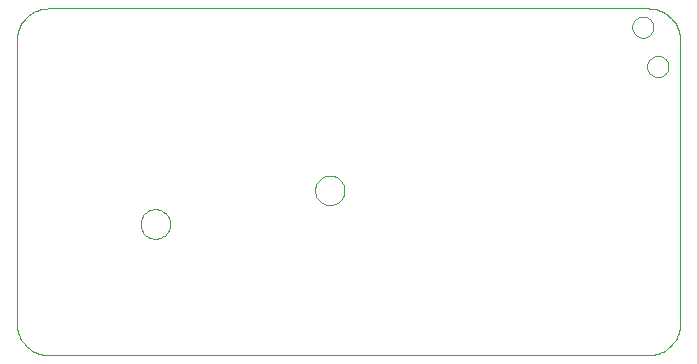
<source format=gbo>
G75*
%MOIN*%
%OFA0B0*%
%FSLAX24Y24*%
%IPPOS*%
%LPD*%
%AMOC8*
5,1,8,0,0,1.08239X$1,22.5*
%
%ADD10C,0.0000*%
%ADD11C,0.0001*%
D10*
X001305Y000180D02*
X021305Y000180D01*
X022368Y001243D02*
X022368Y010680D01*
X020764Y011118D02*
X020766Y011155D01*
X020772Y011192D01*
X020781Y011227D01*
X020795Y011262D01*
X020811Y011295D01*
X020832Y011326D01*
X020855Y011355D01*
X020881Y011381D01*
X020910Y011404D01*
X020941Y011425D01*
X020974Y011441D01*
X021009Y011455D01*
X021044Y011464D01*
X021081Y011470D01*
X021118Y011472D01*
X021155Y011470D01*
X021192Y011464D01*
X021227Y011455D01*
X021262Y011441D01*
X021295Y011425D01*
X021326Y011404D01*
X021355Y011381D01*
X021381Y011355D01*
X021404Y011326D01*
X021425Y011295D01*
X021441Y011262D01*
X021455Y011227D01*
X021464Y011192D01*
X021470Y011155D01*
X021472Y011118D01*
X021470Y011081D01*
X021464Y011044D01*
X021455Y011009D01*
X021441Y010974D01*
X021425Y010941D01*
X021404Y010910D01*
X021381Y010881D01*
X021355Y010855D01*
X021326Y010832D01*
X021295Y010811D01*
X021262Y010795D01*
X021227Y010781D01*
X021192Y010772D01*
X021155Y010766D01*
X021118Y010764D01*
X021081Y010766D01*
X021044Y010772D01*
X021009Y010781D01*
X020974Y010795D01*
X020941Y010811D01*
X020910Y010832D01*
X020881Y010855D01*
X020855Y010881D01*
X020832Y010910D01*
X020811Y010941D01*
X020795Y010974D01*
X020781Y011009D01*
X020772Y011044D01*
X020766Y011081D01*
X020764Y011118D01*
X021305Y011743D02*
X001305Y011743D01*
X000243Y010680D02*
X000243Y001243D01*
X004376Y004555D02*
X004378Y004599D01*
X004384Y004643D01*
X004394Y004686D01*
X004407Y004728D01*
X004425Y004768D01*
X004446Y004807D01*
X004470Y004844D01*
X004497Y004879D01*
X004528Y004911D01*
X004561Y004940D01*
X004597Y004966D01*
X004635Y004988D01*
X004675Y005007D01*
X004716Y005023D01*
X004759Y005035D01*
X004802Y005043D01*
X004846Y005047D01*
X004890Y005047D01*
X004934Y005043D01*
X004977Y005035D01*
X005020Y005023D01*
X005061Y005007D01*
X005101Y004988D01*
X005139Y004966D01*
X005175Y004940D01*
X005208Y004911D01*
X005239Y004879D01*
X005266Y004844D01*
X005290Y004807D01*
X005311Y004768D01*
X005329Y004728D01*
X005342Y004686D01*
X005352Y004643D01*
X005358Y004599D01*
X005360Y004555D01*
X005358Y004511D01*
X005352Y004467D01*
X005342Y004424D01*
X005329Y004382D01*
X005311Y004342D01*
X005290Y004303D01*
X005266Y004266D01*
X005239Y004231D01*
X005208Y004199D01*
X005175Y004170D01*
X005139Y004144D01*
X005101Y004122D01*
X005061Y004103D01*
X005020Y004087D01*
X004977Y004075D01*
X004934Y004067D01*
X004890Y004063D01*
X004846Y004063D01*
X004802Y004067D01*
X004759Y004075D01*
X004716Y004087D01*
X004675Y004103D01*
X004635Y004122D01*
X004597Y004144D01*
X004561Y004170D01*
X004528Y004199D01*
X004497Y004231D01*
X004470Y004266D01*
X004446Y004303D01*
X004425Y004342D01*
X004407Y004382D01*
X004394Y004424D01*
X004384Y004467D01*
X004378Y004511D01*
X004376Y004555D01*
X010188Y005680D02*
X010190Y005724D01*
X010196Y005768D01*
X010206Y005811D01*
X010219Y005853D01*
X010237Y005893D01*
X010258Y005932D01*
X010282Y005969D01*
X010309Y006004D01*
X010340Y006036D01*
X010373Y006065D01*
X010409Y006091D01*
X010447Y006113D01*
X010487Y006132D01*
X010528Y006148D01*
X010571Y006160D01*
X010614Y006168D01*
X010658Y006172D01*
X010702Y006172D01*
X010746Y006168D01*
X010789Y006160D01*
X010832Y006148D01*
X010873Y006132D01*
X010913Y006113D01*
X010951Y006091D01*
X010987Y006065D01*
X011020Y006036D01*
X011051Y006004D01*
X011078Y005969D01*
X011102Y005932D01*
X011123Y005893D01*
X011141Y005853D01*
X011154Y005811D01*
X011164Y005768D01*
X011170Y005724D01*
X011172Y005680D01*
X011170Y005636D01*
X011164Y005592D01*
X011154Y005549D01*
X011141Y005507D01*
X011123Y005467D01*
X011102Y005428D01*
X011078Y005391D01*
X011051Y005356D01*
X011020Y005324D01*
X010987Y005295D01*
X010951Y005269D01*
X010913Y005247D01*
X010873Y005228D01*
X010832Y005212D01*
X010789Y005200D01*
X010746Y005192D01*
X010702Y005188D01*
X010658Y005188D01*
X010614Y005192D01*
X010571Y005200D01*
X010528Y005212D01*
X010487Y005228D01*
X010447Y005247D01*
X010409Y005269D01*
X010373Y005295D01*
X010340Y005324D01*
X010309Y005356D01*
X010282Y005391D01*
X010258Y005428D01*
X010237Y005467D01*
X010219Y005507D01*
X010206Y005549D01*
X010196Y005592D01*
X010190Y005636D01*
X010188Y005680D01*
X021264Y009805D02*
X021266Y009842D01*
X021272Y009879D01*
X021281Y009914D01*
X021295Y009949D01*
X021311Y009982D01*
X021332Y010013D01*
X021355Y010042D01*
X021381Y010068D01*
X021410Y010091D01*
X021441Y010112D01*
X021474Y010128D01*
X021509Y010142D01*
X021544Y010151D01*
X021581Y010157D01*
X021618Y010159D01*
X021655Y010157D01*
X021692Y010151D01*
X021727Y010142D01*
X021762Y010128D01*
X021795Y010112D01*
X021826Y010091D01*
X021855Y010068D01*
X021881Y010042D01*
X021904Y010013D01*
X021925Y009982D01*
X021941Y009949D01*
X021955Y009914D01*
X021964Y009879D01*
X021970Y009842D01*
X021972Y009805D01*
X021970Y009768D01*
X021964Y009731D01*
X021955Y009696D01*
X021941Y009661D01*
X021925Y009628D01*
X021904Y009597D01*
X021881Y009568D01*
X021855Y009542D01*
X021826Y009519D01*
X021795Y009498D01*
X021762Y009482D01*
X021727Y009468D01*
X021692Y009459D01*
X021655Y009453D01*
X021618Y009451D01*
X021581Y009453D01*
X021544Y009459D01*
X021509Y009468D01*
X021474Y009482D01*
X021441Y009498D01*
X021410Y009519D01*
X021381Y009542D01*
X021355Y009568D01*
X021332Y009597D01*
X021311Y009628D01*
X021295Y009661D01*
X021281Y009696D01*
X021272Y009731D01*
X021266Y009768D01*
X021264Y009805D01*
D11*
X022367Y010680D02*
X022364Y010744D01*
X022357Y010807D01*
X022347Y010870D01*
X022333Y010933D01*
X022315Y010994D01*
X022294Y011054D01*
X022269Y011113D01*
X022241Y011170D01*
X022209Y011226D01*
X022174Y011279D01*
X022136Y011331D01*
X022095Y011380D01*
X022051Y011426D01*
X022005Y011470D01*
X021956Y011511D01*
X021904Y011549D01*
X021851Y011584D01*
X021795Y011616D01*
X021738Y011644D01*
X021679Y011669D01*
X021619Y011690D01*
X021558Y011708D01*
X021495Y011722D01*
X021432Y011732D01*
X021369Y011739D01*
X021305Y011742D01*
X001305Y011742D02*
X001241Y011739D01*
X001178Y011732D01*
X001115Y011722D01*
X001052Y011708D01*
X000991Y011690D01*
X000931Y011669D01*
X000872Y011644D01*
X000815Y011616D01*
X000759Y011584D01*
X000706Y011549D01*
X000654Y011511D01*
X000605Y011470D01*
X000559Y011426D01*
X000515Y011380D01*
X000474Y011331D01*
X000436Y011279D01*
X000401Y011226D01*
X000369Y011170D01*
X000341Y011113D01*
X000316Y011054D01*
X000295Y010994D01*
X000277Y010933D01*
X000263Y010870D01*
X000253Y010807D01*
X000246Y010744D01*
X000243Y010680D01*
X000243Y001242D02*
X000246Y001178D01*
X000253Y001115D01*
X000263Y001052D01*
X000277Y000989D01*
X000295Y000928D01*
X000316Y000868D01*
X000341Y000809D01*
X000369Y000752D01*
X000401Y000696D01*
X000436Y000643D01*
X000474Y000591D01*
X000515Y000542D01*
X000559Y000496D01*
X000605Y000452D01*
X000654Y000411D01*
X000706Y000373D01*
X000759Y000338D01*
X000815Y000306D01*
X000872Y000278D01*
X000931Y000253D01*
X000991Y000232D01*
X001052Y000214D01*
X001115Y000200D01*
X001178Y000190D01*
X001241Y000183D01*
X001305Y000180D01*
X021305Y000180D02*
X021369Y000183D01*
X021432Y000190D01*
X021495Y000200D01*
X021558Y000214D01*
X021619Y000232D01*
X021679Y000253D01*
X021738Y000278D01*
X021795Y000306D01*
X021851Y000338D01*
X021904Y000373D01*
X021956Y000411D01*
X022005Y000452D01*
X022051Y000496D01*
X022095Y000542D01*
X022136Y000591D01*
X022174Y000643D01*
X022209Y000696D01*
X022241Y000752D01*
X022269Y000809D01*
X022294Y000868D01*
X022315Y000928D01*
X022333Y000989D01*
X022347Y001052D01*
X022357Y001115D01*
X022364Y001178D01*
X022367Y001242D01*
M02*

</source>
